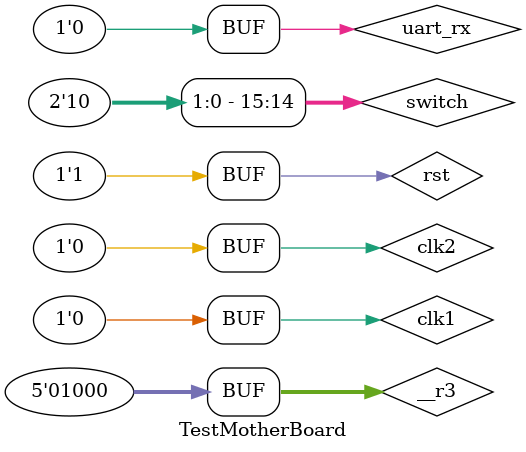
<source format=v>
`timescale 1ns / 1ps

module TestMotherBoard;

    reg clk1;
	reg clk2;
    reg rst;
    reg [15:0] switch;
    reg [3:0] button;
    //reg clkx;
    wire bvcc;
    wire seg_clk;
    wire seg_clrn;
    wire seg_sout;
    wire seg_pen;
    wire [7:0] segment;
    wire [3:0] addr;
	wire [7:0] led;
	reg [4:0] __r3;
	wire [31:0] __d3;
	
    wire [31:0] __irID;
    wire [31:0] __pcID;
    wire [31:0] __irEX;
    wire [31:0] __pcEX;
    wire [31:0] __irMEM;
    wire [31:0] __pcMEM;
    wire [31:0] __irWB;
    wire [31:0] __pcWB;
        
	wire [31:0] __addrInst;
    wire [31:0] __inInst;
    wire [31:0] __addrData;
    wire [31:0] __outData;
    wire [31:0] __inData;
    wire __memWrite, __clk;
    wire [3:0] r, g, b;
    wire hs, vs;
    wire [31:0] __addrGraphics, __inGraphics;
    wire __read;
    wire __mode;
    wire [31:0] __inText;
    wire [15:0] __quwei;
    wire uart_rx = 1'b0;
    wire uart_tx;

MotherBoard motherBoard(
    clk1,
    clk2,
    rst,
    clk1,
    1'b0,
    switch,
    button,
    uart_rx,
    uart_tx,
    bvcc,
    seg_clk,
    seg_clrn,
    seg_sout,
    seg_pen,
    segment,
    addr,
    led,
    r, g, b,
    hs, vs,
    __r3,
    __d3,
    
    
    __irID,
    __pcID,
    __irEX,
    __pcEX,
    __irMEM,
    __pcMEM,
    __irWB,
    __pcWB,
        
    
    __addrInst,
    __inInst,
    __addrData,
    __outData,
    __inData,
    __memWrite,
    __clk,
    __addrGraphics,
    __inGraphics,
    __read,
    __mode,
    __inText,
    __quwei
);

initial begin
    clk1 = 0;
    clk2 = 0;
    rst = 1'b0;
    #2;
    rst = 1'b1;
    __r3 = 5'b01000;
    switch[15] = 1'b1;
    switch[14] = 1'b0;
end

always begin
    clk1 = 1;
    #0.5;
    clk2 = 1;
    #0.5;
    clk1 = 0;
    #0.5;
    clk2 = 0;
    #0.5;
end

endmodule

</source>
